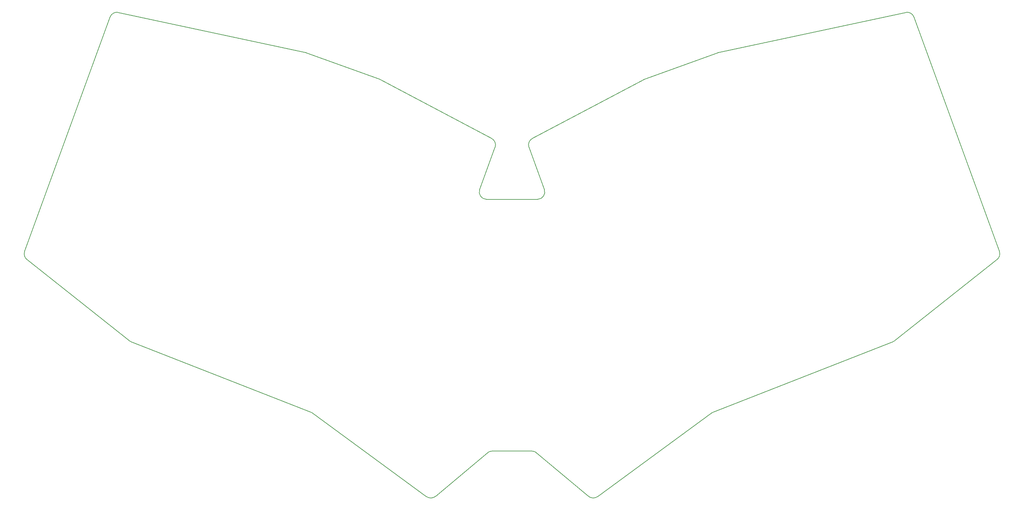
<source format=gbr>
%TF.GenerationSoftware,KiCad,Pcbnew,9.0.6*%
%TF.CreationDate,2025-12-06T01:16:03-05:00*%
%TF.ProjectId,tutorial,7475746f-7269-4616-9c2e-6b696361645f,v1.0.0*%
%TF.SameCoordinates,Original*%
%TF.FileFunction,Profile,NP*%
%FSLAX46Y46*%
G04 Gerber Fmt 4.6, Leading zero omitted, Abs format (unit mm)*
G04 Created by KiCad (PCBNEW 9.0.6) date 2025-12-06 01:16:03*
%MOMM*%
%LPD*%
G01*
G04 APERTURE LIST*
%TA.AperFunction,Profile*%
%ADD10C,0.150000*%
%TD*%
G04 APERTURE END LIST*
D10*
X118009382Y-67728831D02*
X138422845Y-75158726D01*
X138674883Y-75270695D02*
X169132661Y-91402138D01*
X167713519Y-108191960D02*
X181773951Y-108191966D01*
X183653337Y-105507924D02*
X179411506Y-93853592D01*
X40438523Y-122563449D02*
X63975349Y-57896565D01*
X66273722Y-56624981D02*
X117744333Y-67652605D01*
X170075966Y-93853588D02*
X165834132Y-105507925D01*
X180354811Y-91402133D02*
X210812591Y-75270698D01*
X211064634Y-75158719D02*
X231478083Y-67728831D01*
X285512128Y-57896569D02*
X309048948Y-122563449D01*
X231743138Y-67652604D02*
X283213753Y-56624989D01*
X308412819Y-124814120D02*
X280052152Y-147320687D01*
X180214783Y-177668537D02*
G75*
G02*
X181500353Y-178136448I-4J-1999996D01*
G01*
X229628100Y-167230870D02*
X198295713Y-190237435D01*
X169132660Y-91402127D02*
G75*
G02*
X170075970Y-93853589I-936079J-1767420D01*
G01*
X195826417Y-190157445D02*
X181500357Y-178136443D01*
X179411506Y-93853592D02*
G75*
G02*
X180354810Y-91402132I1879387J684044D01*
G01*
X280052154Y-147320692D02*
G75*
G02*
X279538095Y-147616395I-1243252J1566631D01*
G01*
X167987117Y-178136448D02*
X153661049Y-190157445D01*
X210812591Y-75270698D02*
G75*
G02*
X211064636Y-75158726I936076J-1767414D01*
G01*
X231478091Y-67728837D02*
G75*
G02*
X231743138Y-67652604I684040J-1879388D01*
G01*
X167713520Y-108191969D02*
G75*
G02*
X165834127Y-105507923I2J2000008D01*
G01*
X198295715Y-190237443D02*
G75*
G02*
X195826418Y-190157443I-1183716J1612091D01*
G01*
X153661056Y-190157446D02*
G75*
G02*
X151191758Y-190237448I-1285583J1532089D01*
G01*
X138422845Y-75158726D02*
G75*
G02*
X138674883Y-75270696I-684041J-1879383D01*
G01*
X117744338Y-67652604D02*
G75*
G02*
X118009380Y-67728836I-418992J-1955619D01*
G01*
X283213748Y-56624991D02*
G75*
G02*
X285512128Y-57896569I418998J-1955613D01*
G01*
X151191761Y-190237444D02*
X119859373Y-167230872D01*
X69435319Y-147320687D02*
X41074654Y-124814120D01*
X63975349Y-57896565D02*
G75*
G02*
X66273720Y-56624992I1879380J-684042D01*
G01*
X309048948Y-122563449D02*
G75*
G02*
X308412815Y-124814115I-1879382J-684039D01*
G01*
X180214783Y-177668537D02*
X169272690Y-177668539D01*
X119404858Y-166980630D02*
X69949378Y-147616392D01*
X279538093Y-147616390D02*
X230082617Y-166980626D01*
X229628100Y-167230870D02*
G75*
G02*
X230082618Y-166980628I1183708J-1612089D01*
G01*
X183653337Y-105507924D02*
G75*
G02*
X181773951Y-108191957I-1879379J-684039D01*
G01*
X167987117Y-178136448D02*
G75*
G02*
X169272690Y-177668540I1285570J-1532089D01*
G01*
X69949382Y-147616387D02*
G75*
G02*
X69435321Y-147320684I729187J1862330D01*
G01*
X41074654Y-124814120D02*
G75*
G02*
X40438521Y-122563448I1243258J1566631D01*
G01*
X119404858Y-166980630D02*
G75*
G02*
X119859374Y-167230871I-729192J-1862330D01*
G01*
M02*

</source>
